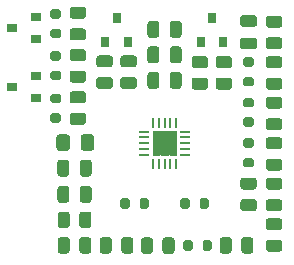
<source format=gtp>
G04 #@! TF.GenerationSoftware,KiCad,Pcbnew,(5.1.10)-1*
G04 #@! TF.CreationDate,2021-07-06T21:05:29-03:00*
G04 #@! TF.ProjectId,BQ25505,42513235-3530-4352-9e6b-696361645f70,rev?*
G04 #@! TF.SameCoordinates,Original*
G04 #@! TF.FileFunction,Paste,Top*
G04 #@! TF.FilePolarity,Positive*
%FSLAX46Y46*%
G04 Gerber Fmt 4.6, Leading zero omitted, Abs format (unit mm)*
G04 Created by KiCad (PCBNEW (5.1.10)-1) date 2021-07-06 21:05:29*
%MOMM*%
%LPD*%
G01*
G04 APERTURE LIST*
%ADD10C,0.100000*%
%ADD11R,0.900000X0.800000*%
%ADD12R,0.850000X0.280000*%
%ADD13R,0.280000X0.850000*%
%ADD14R,2.050000X2.050000*%
%ADD15R,0.800000X0.900000*%
G04 APERTURE END LIST*
D10*
G36*
X174563930Y-108523930D02*
G01*
X174563930Y-108980300D01*
X174878879Y-108980300D01*
X175020300Y-108838879D01*
X175020300Y-108523930D01*
X174563930Y-108523930D01*
G37*
X174563930Y-108523930D02*
X174563930Y-108980300D01*
X174878879Y-108980300D01*
X175020300Y-108838879D01*
X175020300Y-108523930D01*
X174563930Y-108523930D01*
G36*
X174563930Y-109180300D02*
G01*
X174563930Y-109767700D01*
X174878879Y-109767700D01*
X175020300Y-109626279D01*
X175020300Y-109321721D01*
X174878879Y-109180300D01*
X174563930Y-109180300D01*
G37*
X174563930Y-109180300D02*
X174563930Y-109767700D01*
X174878879Y-109767700D01*
X175020300Y-109626279D01*
X175020300Y-109321721D01*
X174878879Y-109180300D01*
X174563930Y-109180300D01*
G36*
X174563930Y-109967700D02*
G01*
X174563930Y-110424070D01*
X175020300Y-110424070D01*
X175020300Y-110109121D01*
X174878879Y-109967700D01*
X174563930Y-109967700D01*
G37*
X174563930Y-109967700D02*
X174563930Y-110424070D01*
X175020300Y-110424070D01*
X175020300Y-110109121D01*
X174878879Y-109967700D01*
X174563930Y-109967700D01*
G36*
X175220300Y-108523930D02*
G01*
X175220300Y-108838879D01*
X175361721Y-108980300D01*
X175666279Y-108980300D01*
X175807700Y-108838879D01*
X175807700Y-108523930D01*
X175220300Y-108523930D01*
G37*
X175220300Y-108523930D02*
X175220300Y-108838879D01*
X175361721Y-108980300D01*
X175666279Y-108980300D01*
X175807700Y-108838879D01*
X175807700Y-108523930D01*
X175220300Y-108523930D01*
G36*
X175361721Y-109180300D02*
G01*
X175220300Y-109321721D01*
X175220300Y-109626279D01*
X175361721Y-109767700D01*
X175666279Y-109767700D01*
X175807700Y-109626279D01*
X175807700Y-109321721D01*
X175666279Y-109180300D01*
X175361721Y-109180300D01*
G37*
X175361721Y-109180300D02*
X175220300Y-109321721D01*
X175220300Y-109626279D01*
X175361721Y-109767700D01*
X175666279Y-109767700D01*
X175807700Y-109626279D01*
X175807700Y-109321721D01*
X175666279Y-109180300D01*
X175361721Y-109180300D01*
G36*
X175361721Y-109967700D02*
G01*
X175220300Y-110109121D01*
X175220300Y-110424070D01*
X175807700Y-110424070D01*
X175807700Y-110109121D01*
X175666279Y-109967700D01*
X175361721Y-109967700D01*
G37*
X175361721Y-109967700D02*
X175220300Y-110109121D01*
X175220300Y-110424070D01*
X175807700Y-110424070D01*
X175807700Y-110109121D01*
X175666279Y-109967700D01*
X175361721Y-109967700D01*
G36*
X176007700Y-108523930D02*
G01*
X176007700Y-108838879D01*
X176149121Y-108980300D01*
X176464070Y-108980300D01*
X176464070Y-108523930D01*
X176007700Y-108523930D01*
G37*
X176007700Y-108523930D02*
X176007700Y-108838879D01*
X176149121Y-108980300D01*
X176464070Y-108980300D01*
X176464070Y-108523930D01*
X176007700Y-108523930D01*
G36*
X176149121Y-109180300D02*
G01*
X176007700Y-109321721D01*
X176007700Y-109626279D01*
X176149121Y-109767700D01*
X176464070Y-109767700D01*
X176464070Y-109180300D01*
X176149121Y-109180300D01*
G37*
X176149121Y-109180300D02*
X176007700Y-109321721D01*
X176007700Y-109626279D01*
X176149121Y-109767700D01*
X176464070Y-109767700D01*
X176464070Y-109180300D01*
X176149121Y-109180300D01*
G36*
X176149121Y-109967700D02*
G01*
X176007700Y-110109121D01*
X176007700Y-110424070D01*
X176464070Y-110424070D01*
X176464070Y-109967700D01*
X176149121Y-109967700D01*
G37*
X176149121Y-109967700D02*
X176007700Y-110109121D01*
X176007700Y-110424070D01*
X176464070Y-110424070D01*
X176464070Y-109967700D01*
X176149121Y-109967700D01*
G36*
G01*
X183101000Y-99626000D02*
X182151000Y-99626000D01*
G75*
G02*
X181901000Y-99376000I0J250000D01*
G01*
X181901000Y-98876000D01*
G75*
G02*
X182151000Y-98626000I250000J0D01*
G01*
X183101000Y-98626000D01*
G75*
G02*
X183351000Y-98876000I0J-250000D01*
G01*
X183351000Y-99376000D01*
G75*
G02*
X183101000Y-99626000I-250000J0D01*
G01*
G37*
G36*
G01*
X183101000Y-101526000D02*
X182151000Y-101526000D01*
G75*
G02*
X181901000Y-101276000I0J250000D01*
G01*
X181901000Y-100776000D01*
G75*
G02*
X182151000Y-100526000I250000J0D01*
G01*
X183101000Y-100526000D01*
G75*
G02*
X183351000Y-100776000I0J-250000D01*
G01*
X183351000Y-101276000D01*
G75*
G02*
X183101000Y-101526000I-250000J0D01*
G01*
G37*
G36*
G01*
X178733000Y-118385000D02*
X178733000Y-117835000D01*
G75*
G02*
X178933000Y-117635000I200000J0D01*
G01*
X179333000Y-117635000D01*
G75*
G02*
X179533000Y-117835000I0J-200000D01*
G01*
X179533000Y-118385000D01*
G75*
G02*
X179333000Y-118585000I-200000J0D01*
G01*
X178933000Y-118585000D01*
G75*
G02*
X178733000Y-118385000I0J200000D01*
G01*
G37*
G36*
G01*
X177083000Y-118385000D02*
X177083000Y-117835000D01*
G75*
G02*
X177283000Y-117635000I200000J0D01*
G01*
X177683000Y-117635000D01*
G75*
G02*
X177883000Y-117835000I0J-200000D01*
G01*
X177883000Y-118385000D01*
G75*
G02*
X177683000Y-118585000I-200000J0D01*
G01*
X177283000Y-118585000D01*
G75*
G02*
X177083000Y-118385000I0J200000D01*
G01*
G37*
G36*
G01*
X167721498Y-97912500D02*
X168621502Y-97912500D01*
G75*
G02*
X168871500Y-98162498I0J-249998D01*
G01*
X168871500Y-98687502D01*
G75*
G02*
X168621502Y-98937500I-249998J0D01*
G01*
X167721498Y-98937500D01*
G75*
G02*
X167471500Y-98687502I0J249998D01*
G01*
X167471500Y-98162498D01*
G75*
G02*
X167721498Y-97912500I249998J0D01*
G01*
G37*
G36*
G01*
X167721498Y-99737500D02*
X168621502Y-99737500D01*
G75*
G02*
X168871500Y-99987498I0J-249998D01*
G01*
X168871500Y-100512502D01*
G75*
G02*
X168621502Y-100762500I-249998J0D01*
G01*
X167721498Y-100762500D01*
G75*
G02*
X167471500Y-100512502I0J249998D01*
G01*
X167471500Y-99987498D01*
G75*
G02*
X167721498Y-99737500I249998J0D01*
G01*
G37*
G36*
G01*
X167721498Y-101485000D02*
X168621502Y-101485000D01*
G75*
G02*
X168871500Y-101734998I0J-249998D01*
G01*
X168871500Y-102260002D01*
G75*
G02*
X168621502Y-102510000I-249998J0D01*
G01*
X167721498Y-102510000D01*
G75*
G02*
X167471500Y-102260002I0J249998D01*
G01*
X167471500Y-101734998D01*
G75*
G02*
X167721498Y-101485000I249998J0D01*
G01*
G37*
G36*
G01*
X167721498Y-103310000D02*
X168621502Y-103310000D01*
G75*
G02*
X168871500Y-103559998I0J-249998D01*
G01*
X168871500Y-104085002D01*
G75*
G02*
X168621502Y-104335000I-249998J0D01*
G01*
X167721498Y-104335000D01*
G75*
G02*
X167471500Y-104085002I0J249998D01*
G01*
X167471500Y-103559998D01*
G75*
G02*
X167721498Y-103310000I249998J0D01*
G01*
G37*
G36*
G01*
X167721498Y-105064500D02*
X168621502Y-105064500D01*
G75*
G02*
X168871500Y-105314498I0J-249998D01*
G01*
X168871500Y-105839502D01*
G75*
G02*
X168621502Y-106089500I-249998J0D01*
G01*
X167721498Y-106089500D01*
G75*
G02*
X167471500Y-105839502I0J249998D01*
G01*
X167471500Y-105314498D01*
G75*
G02*
X167721498Y-105064500I249998J0D01*
G01*
G37*
G36*
G01*
X167721498Y-106889500D02*
X168621502Y-106889500D01*
G75*
G02*
X168871500Y-107139498I0J-249998D01*
G01*
X168871500Y-107664502D01*
G75*
G02*
X168621502Y-107914500I-249998J0D01*
G01*
X167721498Y-107914500D01*
G75*
G02*
X167471500Y-107664502I0J249998D01*
G01*
X167471500Y-107139498D01*
G75*
G02*
X167721498Y-106889500I249998J0D01*
G01*
G37*
G36*
G01*
X166031500Y-98112500D02*
X166581500Y-98112500D01*
G75*
G02*
X166781500Y-98312500I0J-200000D01*
G01*
X166781500Y-98712500D01*
G75*
G02*
X166581500Y-98912500I-200000J0D01*
G01*
X166031500Y-98912500D01*
G75*
G02*
X165831500Y-98712500I0J200000D01*
G01*
X165831500Y-98312500D01*
G75*
G02*
X166031500Y-98112500I200000J0D01*
G01*
G37*
G36*
G01*
X166031500Y-99762500D02*
X166581500Y-99762500D01*
G75*
G02*
X166781500Y-99962500I0J-200000D01*
G01*
X166781500Y-100362500D01*
G75*
G02*
X166581500Y-100562500I-200000J0D01*
G01*
X166031500Y-100562500D01*
G75*
G02*
X165831500Y-100362500I0J200000D01*
G01*
X165831500Y-99962500D01*
G75*
G02*
X166031500Y-99762500I200000J0D01*
G01*
G37*
G36*
G01*
X166031500Y-101685000D02*
X166581500Y-101685000D01*
G75*
G02*
X166781500Y-101885000I0J-200000D01*
G01*
X166781500Y-102285000D01*
G75*
G02*
X166581500Y-102485000I-200000J0D01*
G01*
X166031500Y-102485000D01*
G75*
G02*
X165831500Y-102285000I0J200000D01*
G01*
X165831500Y-101885000D01*
G75*
G02*
X166031500Y-101685000I200000J0D01*
G01*
G37*
G36*
G01*
X166031500Y-103335000D02*
X166581500Y-103335000D01*
G75*
G02*
X166781500Y-103535000I0J-200000D01*
G01*
X166781500Y-103935000D01*
G75*
G02*
X166581500Y-104135000I-200000J0D01*
G01*
X166031500Y-104135000D01*
G75*
G02*
X165831500Y-103935000I0J200000D01*
G01*
X165831500Y-103535000D01*
G75*
G02*
X166031500Y-103335000I200000J0D01*
G01*
G37*
G36*
G01*
X166031500Y-105264500D02*
X166581500Y-105264500D01*
G75*
G02*
X166781500Y-105464500I0J-200000D01*
G01*
X166781500Y-105864500D01*
G75*
G02*
X166581500Y-106064500I-200000J0D01*
G01*
X166031500Y-106064500D01*
G75*
G02*
X165831500Y-105864500I0J200000D01*
G01*
X165831500Y-105464500D01*
G75*
G02*
X166031500Y-105264500I200000J0D01*
G01*
G37*
G36*
G01*
X166031500Y-106914500D02*
X166581500Y-106914500D01*
G75*
G02*
X166781500Y-107114500I0J-200000D01*
G01*
X166781500Y-107514500D01*
G75*
G02*
X166581500Y-107714500I-200000J0D01*
G01*
X166031500Y-107714500D01*
G75*
G02*
X165831500Y-107514500I0J200000D01*
G01*
X165831500Y-107114500D01*
G75*
G02*
X166031500Y-106914500I200000J0D01*
G01*
G37*
D11*
X162626800Y-99707700D03*
X164626800Y-98757700D03*
X164626800Y-100657700D03*
X162626800Y-104724200D03*
X164626800Y-103774200D03*
X164626800Y-105674200D03*
G36*
G01*
X183076002Y-113392000D02*
X182175998Y-113392000D01*
G75*
G02*
X181926000Y-113142002I0J249998D01*
G01*
X181926000Y-112616998D01*
G75*
G02*
X182175998Y-112367000I249998J0D01*
G01*
X183076002Y-112367000D01*
G75*
G02*
X183326000Y-112616998I0J-249998D01*
G01*
X183326000Y-113142002D01*
G75*
G02*
X183076002Y-113392000I-249998J0D01*
G01*
G37*
G36*
G01*
X183076002Y-115217000D02*
X182175998Y-115217000D01*
G75*
G02*
X181926000Y-114967002I0J249998D01*
G01*
X181926000Y-114441998D01*
G75*
G02*
X182175998Y-114192000I249998J0D01*
G01*
X183076002Y-114192000D01*
G75*
G02*
X183326000Y-114441998I0J-249998D01*
G01*
X183326000Y-114967002D01*
G75*
G02*
X183076002Y-115217000I-249998J0D01*
G01*
G37*
G36*
G01*
X184334998Y-117621000D02*
X185235002Y-117621000D01*
G75*
G02*
X185485000Y-117870998I0J-249998D01*
G01*
X185485000Y-118396002D01*
G75*
G02*
X185235002Y-118646000I-249998J0D01*
G01*
X184334998Y-118646000D01*
G75*
G02*
X184085000Y-118396002I0J249998D01*
G01*
X184085000Y-117870998D01*
G75*
G02*
X184334998Y-117621000I249998J0D01*
G01*
G37*
G36*
G01*
X184334998Y-115796000D02*
X185235002Y-115796000D01*
G75*
G02*
X185485000Y-116045998I0J-249998D01*
G01*
X185485000Y-116571002D01*
G75*
G02*
X185235002Y-116821000I-249998J0D01*
G01*
X184334998Y-116821000D01*
G75*
G02*
X184085000Y-116571002I0J249998D01*
G01*
X184085000Y-116045998D01*
G75*
G02*
X184334998Y-115796000I249998J0D01*
G01*
G37*
G36*
G01*
X184334998Y-110763000D02*
X185235002Y-110763000D01*
G75*
G02*
X185485000Y-111012998I0J-249998D01*
G01*
X185485000Y-111538002D01*
G75*
G02*
X185235002Y-111788000I-249998J0D01*
G01*
X184334998Y-111788000D01*
G75*
G02*
X184085000Y-111538002I0J249998D01*
G01*
X184085000Y-111012998D01*
G75*
G02*
X184334998Y-110763000I249998J0D01*
G01*
G37*
G36*
G01*
X184334998Y-108938000D02*
X185235002Y-108938000D01*
G75*
G02*
X185485000Y-109187998I0J-249998D01*
G01*
X185485000Y-109713002D01*
G75*
G02*
X185235002Y-109963000I-249998J0D01*
G01*
X184334998Y-109963000D01*
G75*
G02*
X184085000Y-109713002I0J249998D01*
G01*
X184085000Y-109187998D01*
G75*
G02*
X184334998Y-108938000I249998J0D01*
G01*
G37*
G36*
G01*
X184334998Y-114192000D02*
X185235002Y-114192000D01*
G75*
G02*
X185485000Y-114441998I0J-249998D01*
G01*
X185485000Y-114967002D01*
G75*
G02*
X185235002Y-115217000I-249998J0D01*
G01*
X184334998Y-115217000D01*
G75*
G02*
X184085000Y-114967002I0J249998D01*
G01*
X184085000Y-114441998D01*
G75*
G02*
X184334998Y-114192000I249998J0D01*
G01*
G37*
G36*
G01*
X184334998Y-112367000D02*
X185235002Y-112367000D01*
G75*
G02*
X185485000Y-112616998I0J-249998D01*
G01*
X185485000Y-113142002D01*
G75*
G02*
X185235002Y-113392000I-249998J0D01*
G01*
X184334998Y-113392000D01*
G75*
G02*
X184085000Y-113142002I0J249998D01*
G01*
X184085000Y-112616998D01*
G75*
G02*
X184334998Y-112367000I249998J0D01*
G01*
G37*
G36*
G01*
X184334998Y-100476000D02*
X185235002Y-100476000D01*
G75*
G02*
X185485000Y-100725998I0J-249998D01*
G01*
X185485000Y-101251002D01*
G75*
G02*
X185235002Y-101501000I-249998J0D01*
G01*
X184334998Y-101501000D01*
G75*
G02*
X184085000Y-101251002I0J249998D01*
G01*
X184085000Y-100725998D01*
G75*
G02*
X184334998Y-100476000I249998J0D01*
G01*
G37*
G36*
G01*
X184334998Y-98651000D02*
X185235002Y-98651000D01*
G75*
G02*
X185485000Y-98900998I0J-249998D01*
G01*
X185485000Y-99426002D01*
G75*
G02*
X185235002Y-99676000I-249998J0D01*
G01*
X184334998Y-99676000D01*
G75*
G02*
X184085000Y-99426002I0J249998D01*
G01*
X184085000Y-98900998D01*
G75*
G02*
X184334998Y-98651000I249998J0D01*
G01*
G37*
G36*
G01*
X184334998Y-103905000D02*
X185235002Y-103905000D01*
G75*
G02*
X185485000Y-104154998I0J-249998D01*
G01*
X185485000Y-104680002D01*
G75*
G02*
X185235002Y-104930000I-249998J0D01*
G01*
X184334998Y-104930000D01*
G75*
G02*
X184085000Y-104680002I0J249998D01*
G01*
X184085000Y-104154998D01*
G75*
G02*
X184334998Y-103905000I249998J0D01*
G01*
G37*
G36*
G01*
X184334998Y-102080000D02*
X185235002Y-102080000D01*
G75*
G02*
X185485000Y-102329998I0J-249998D01*
G01*
X185485000Y-102855002D01*
G75*
G02*
X185235002Y-103105000I-249998J0D01*
G01*
X184334998Y-103105000D01*
G75*
G02*
X184085000Y-102855002I0J249998D01*
G01*
X184085000Y-102329998D01*
G75*
G02*
X184334998Y-102080000I249998J0D01*
G01*
G37*
G36*
G01*
X184334998Y-107334000D02*
X185235002Y-107334000D01*
G75*
G02*
X185485000Y-107583998I0J-249998D01*
G01*
X185485000Y-108109002D01*
G75*
G02*
X185235002Y-108359000I-249998J0D01*
G01*
X184334998Y-108359000D01*
G75*
G02*
X184085000Y-108109002I0J249998D01*
G01*
X184085000Y-107583998D01*
G75*
G02*
X184334998Y-107334000I249998J0D01*
G01*
G37*
G36*
G01*
X184334998Y-105509000D02*
X185235002Y-105509000D01*
G75*
G02*
X185485000Y-105758998I0J-249998D01*
G01*
X185485000Y-106284002D01*
G75*
G02*
X185235002Y-106534000I-249998J0D01*
G01*
X184334998Y-106534000D01*
G75*
G02*
X184085000Y-106284002I0J249998D01*
G01*
X184085000Y-105758998D01*
G75*
G02*
X184334998Y-105509000I249998J0D01*
G01*
G37*
G36*
G01*
X182010000Y-118560002D02*
X182010000Y-117659998D01*
G75*
G02*
X182259998Y-117410000I249998J0D01*
G01*
X182785002Y-117410000D01*
G75*
G02*
X183035000Y-117659998I0J-249998D01*
G01*
X183035000Y-118560002D01*
G75*
G02*
X182785002Y-118810000I-249998J0D01*
G01*
X182259998Y-118810000D01*
G75*
G02*
X182010000Y-118560002I0J249998D01*
G01*
G37*
G36*
G01*
X180185000Y-118560002D02*
X180185000Y-117659998D01*
G75*
G02*
X180434998Y-117410000I249998J0D01*
G01*
X180960002Y-117410000D01*
G75*
G02*
X181210000Y-117659998I0J-249998D01*
G01*
X181210000Y-118560002D01*
G75*
G02*
X180960002Y-118810000I-249998J0D01*
G01*
X180434998Y-118810000D01*
G75*
G02*
X180185000Y-118560002I0J249998D01*
G01*
G37*
G36*
G01*
X168294000Y-118560002D02*
X168294000Y-117659998D01*
G75*
G02*
X168543998Y-117410000I249998J0D01*
G01*
X169069002Y-117410000D01*
G75*
G02*
X169319000Y-117659998I0J-249998D01*
G01*
X169319000Y-118560002D01*
G75*
G02*
X169069002Y-118810000I-249998J0D01*
G01*
X168543998Y-118810000D01*
G75*
G02*
X168294000Y-118560002I0J249998D01*
G01*
G37*
G36*
G01*
X166469000Y-118560002D02*
X166469000Y-117659998D01*
G75*
G02*
X166718998Y-117410000I249998J0D01*
G01*
X167244002Y-117410000D01*
G75*
G02*
X167494000Y-117659998I0J-249998D01*
G01*
X167494000Y-118560002D01*
G75*
G02*
X167244002Y-118810000I-249998J0D01*
G01*
X166718998Y-118810000D01*
G75*
G02*
X166469000Y-118560002I0J249998D01*
G01*
G37*
G36*
G01*
X171850000Y-118560002D02*
X171850000Y-117659998D01*
G75*
G02*
X172099998Y-117410000I249998J0D01*
G01*
X172625002Y-117410000D01*
G75*
G02*
X172875000Y-117659998I0J-249998D01*
G01*
X172875000Y-118560002D01*
G75*
G02*
X172625002Y-118810000I-249998J0D01*
G01*
X172099998Y-118810000D01*
G75*
G02*
X171850000Y-118560002I0J249998D01*
G01*
G37*
G36*
G01*
X170025000Y-118560002D02*
X170025000Y-117659998D01*
G75*
G02*
X170274998Y-117410000I249998J0D01*
G01*
X170800002Y-117410000D01*
G75*
G02*
X171050000Y-117659998I0J-249998D01*
G01*
X171050000Y-118560002D01*
G75*
G02*
X170800002Y-118810000I-249998J0D01*
G01*
X170274998Y-118810000D01*
G75*
G02*
X170025000Y-118560002I0J249998D01*
G01*
G37*
G36*
G01*
X175339960Y-118587942D02*
X175339960Y-117687938D01*
G75*
G02*
X175589958Y-117437940I249998J0D01*
G01*
X176114962Y-117437940D01*
G75*
G02*
X176364960Y-117687938I0J-249998D01*
G01*
X176364960Y-118587942D01*
G75*
G02*
X176114962Y-118837940I-249998J0D01*
G01*
X175589958Y-118837940D01*
G75*
G02*
X175339960Y-118587942I0J249998D01*
G01*
G37*
G36*
G01*
X173514960Y-118587942D02*
X173514960Y-117687938D01*
G75*
G02*
X173764958Y-117437940I249998J0D01*
G01*
X174289962Y-117437940D01*
G75*
G02*
X174539960Y-117687938I0J-249998D01*
G01*
X174539960Y-118587942D01*
G75*
G02*
X174289962Y-118837940I-249998J0D01*
G01*
X173764958Y-118837940D01*
G75*
G02*
X173514960Y-118587942I0J249998D01*
G01*
G37*
D12*
X173789000Y-108473999D03*
X173789000Y-108974001D03*
X173789000Y-109474000D03*
X173789000Y-109973999D03*
X173789000Y-110474001D03*
D13*
X174513748Y-111199000D03*
X175013874Y-111199000D03*
X175514000Y-111199000D03*
X176014126Y-111199000D03*
X176514252Y-111199000D03*
D12*
X177239000Y-110474001D03*
X177239000Y-109973999D03*
X177239000Y-109474000D03*
X177239000Y-108974001D03*
X177239000Y-108473999D03*
D13*
X176514252Y-107749000D03*
X176014126Y-107749000D03*
X175514000Y-107749000D03*
X175013874Y-107749000D03*
X174513748Y-107749000D03*
D14*
X175514000Y-109474000D03*
G36*
G01*
X172916002Y-103041500D02*
X172015998Y-103041500D01*
G75*
G02*
X171766000Y-102791502I0J249998D01*
G01*
X171766000Y-102266498D01*
G75*
G02*
X172015998Y-102016500I249998J0D01*
G01*
X172916002Y-102016500D01*
G75*
G02*
X173166000Y-102266498I0J-249998D01*
G01*
X173166000Y-102791502D01*
G75*
G02*
X172916002Y-103041500I-249998J0D01*
G01*
G37*
G36*
G01*
X172916002Y-104866500D02*
X172015998Y-104866500D01*
G75*
G02*
X171766000Y-104616502I0J249998D01*
G01*
X171766000Y-104091498D01*
G75*
G02*
X172015998Y-103841500I249998J0D01*
G01*
X172916002Y-103841500D01*
G75*
G02*
X173166000Y-104091498I0J-249998D01*
G01*
X173166000Y-104616502D01*
G75*
G02*
X172916002Y-104866500I-249998J0D01*
G01*
G37*
G36*
G01*
X180980502Y-103105000D02*
X180080498Y-103105000D01*
G75*
G02*
X179830500Y-102855002I0J249998D01*
G01*
X179830500Y-102329998D01*
G75*
G02*
X180080498Y-102080000I249998J0D01*
G01*
X180980502Y-102080000D01*
G75*
G02*
X181230500Y-102329998I0J-249998D01*
G01*
X181230500Y-102855002D01*
G75*
G02*
X180980502Y-103105000I-249998J0D01*
G01*
G37*
G36*
G01*
X180980502Y-104930000D02*
X180080498Y-104930000D01*
G75*
G02*
X179830500Y-104680002I0J249998D01*
G01*
X179830500Y-104154998D01*
G75*
G02*
X180080498Y-103905000I249998J0D01*
G01*
X180980502Y-103905000D01*
G75*
G02*
X181230500Y-104154998I0J-249998D01*
G01*
X181230500Y-104680002D01*
G75*
G02*
X180980502Y-104930000I-249998J0D01*
G01*
G37*
G36*
G01*
X169983998Y-103841500D02*
X170884002Y-103841500D01*
G75*
G02*
X171134000Y-104091498I0J-249998D01*
G01*
X171134000Y-104616502D01*
G75*
G02*
X170884002Y-104866500I-249998J0D01*
G01*
X169983998Y-104866500D01*
G75*
G02*
X169734000Y-104616502I0J249998D01*
G01*
X169734000Y-104091498D01*
G75*
G02*
X169983998Y-103841500I249998J0D01*
G01*
G37*
G36*
G01*
X169983998Y-102016500D02*
X170884002Y-102016500D01*
G75*
G02*
X171134000Y-102266498I0J-249998D01*
G01*
X171134000Y-102791502D01*
G75*
G02*
X170884002Y-103041500I-249998J0D01*
G01*
X169983998Y-103041500D01*
G75*
G02*
X169734000Y-102791502I0J249998D01*
G01*
X169734000Y-102266498D01*
G75*
G02*
X169983998Y-102016500I249998J0D01*
G01*
G37*
G36*
G01*
X178048498Y-103905000D02*
X178948502Y-103905000D01*
G75*
G02*
X179198500Y-104154998I0J-249998D01*
G01*
X179198500Y-104680002D01*
G75*
G02*
X178948502Y-104930000I-249998J0D01*
G01*
X178048498Y-104930000D01*
G75*
G02*
X177798500Y-104680002I0J249998D01*
G01*
X177798500Y-104154998D01*
G75*
G02*
X178048498Y-103905000I249998J0D01*
G01*
G37*
G36*
G01*
X178048498Y-102080000D02*
X178948502Y-102080000D01*
G75*
G02*
X179198500Y-102329998I0J-249998D01*
G01*
X179198500Y-102855002D01*
G75*
G02*
X178948502Y-103105000I-249998J0D01*
G01*
X178048498Y-103105000D01*
G75*
G02*
X177798500Y-102855002I0J249998D01*
G01*
X177798500Y-102329998D01*
G75*
G02*
X178048498Y-102080000I249998J0D01*
G01*
G37*
G36*
G01*
X166469000Y-116401002D02*
X166469000Y-115500998D01*
G75*
G02*
X166718998Y-115251000I249998J0D01*
G01*
X167244002Y-115251000D01*
G75*
G02*
X167494000Y-115500998I0J-249998D01*
G01*
X167494000Y-116401002D01*
G75*
G02*
X167244002Y-116651000I-249998J0D01*
G01*
X166718998Y-116651000D01*
G75*
G02*
X166469000Y-116401002I0J249998D01*
G01*
G37*
G36*
G01*
X168294000Y-116401002D02*
X168294000Y-115500998D01*
G75*
G02*
X168543998Y-115251000I249998J0D01*
G01*
X169069002Y-115251000D01*
G75*
G02*
X169319000Y-115500998I0J-249998D01*
G01*
X169319000Y-116401002D01*
G75*
G02*
X169069002Y-116651000I-249998J0D01*
G01*
X168543998Y-116651000D01*
G75*
G02*
X168294000Y-116401002I0J249998D01*
G01*
G37*
D15*
X171450000Y-98885500D03*
X172400000Y-100885500D03*
X170500000Y-100885500D03*
X179514500Y-98885500D03*
X180464500Y-100885500D03*
X178564500Y-100885500D03*
G36*
G01*
X182338300Y-103853800D02*
X182888300Y-103853800D01*
G75*
G02*
X183088300Y-104053800I0J-200000D01*
G01*
X183088300Y-104453800D01*
G75*
G02*
X182888300Y-104653800I-200000J0D01*
G01*
X182338300Y-104653800D01*
G75*
G02*
X182138300Y-104453800I0J200000D01*
G01*
X182138300Y-104053800D01*
G75*
G02*
X182338300Y-103853800I200000J0D01*
G01*
G37*
G36*
G01*
X182338300Y-102203800D02*
X182888300Y-102203800D01*
G75*
G02*
X183088300Y-102403800I0J-200000D01*
G01*
X183088300Y-102803800D01*
G75*
G02*
X182888300Y-103003800I-200000J0D01*
G01*
X182338300Y-103003800D01*
G75*
G02*
X182138300Y-102803800I0J200000D01*
G01*
X182138300Y-102403800D01*
G75*
G02*
X182338300Y-102203800I200000J0D01*
G01*
G37*
G36*
G01*
X182338300Y-107282800D02*
X182888300Y-107282800D01*
G75*
G02*
X183088300Y-107482800I0J-200000D01*
G01*
X183088300Y-107882800D01*
G75*
G02*
X182888300Y-108082800I-200000J0D01*
G01*
X182338300Y-108082800D01*
G75*
G02*
X182138300Y-107882800I0J200000D01*
G01*
X182138300Y-107482800D01*
G75*
G02*
X182338300Y-107282800I200000J0D01*
G01*
G37*
G36*
G01*
X182338300Y-105632800D02*
X182888300Y-105632800D01*
G75*
G02*
X183088300Y-105832800I0J-200000D01*
G01*
X183088300Y-106232800D01*
G75*
G02*
X182888300Y-106432800I-200000J0D01*
G01*
X182338300Y-106432800D01*
G75*
G02*
X182138300Y-106232800I0J200000D01*
G01*
X182138300Y-105832800D01*
G75*
G02*
X182338300Y-105632800I200000J0D01*
G01*
G37*
G36*
G01*
X182338300Y-110711800D02*
X182888300Y-110711800D01*
G75*
G02*
X183088300Y-110911800I0J-200000D01*
G01*
X183088300Y-111311800D01*
G75*
G02*
X182888300Y-111511800I-200000J0D01*
G01*
X182338300Y-111511800D01*
G75*
G02*
X182138300Y-111311800I0J200000D01*
G01*
X182138300Y-110911800D01*
G75*
G02*
X182338300Y-110711800I200000J0D01*
G01*
G37*
G36*
G01*
X182338300Y-109061800D02*
X182888300Y-109061800D01*
G75*
G02*
X183088300Y-109261800I0J-200000D01*
G01*
X183088300Y-109661800D01*
G75*
G02*
X182888300Y-109861800I-200000J0D01*
G01*
X182338300Y-109861800D01*
G75*
G02*
X182138300Y-109661800I0J200000D01*
G01*
X182138300Y-109261800D01*
G75*
G02*
X182338300Y-109061800I200000J0D01*
G01*
G37*
G36*
G01*
X173399000Y-114829000D02*
X173399000Y-114279000D01*
G75*
G02*
X173599000Y-114079000I200000J0D01*
G01*
X173999000Y-114079000D01*
G75*
G02*
X174199000Y-114279000I0J-200000D01*
G01*
X174199000Y-114829000D01*
G75*
G02*
X173999000Y-115029000I-200000J0D01*
G01*
X173599000Y-115029000D01*
G75*
G02*
X173399000Y-114829000I0J200000D01*
G01*
G37*
G36*
G01*
X171749000Y-114829000D02*
X171749000Y-114279000D01*
G75*
G02*
X171949000Y-114079000I200000J0D01*
G01*
X172349000Y-114079000D01*
G75*
G02*
X172549000Y-114279000I0J-200000D01*
G01*
X172549000Y-114829000D01*
G75*
G02*
X172349000Y-115029000I-200000J0D01*
G01*
X171949000Y-115029000D01*
G75*
G02*
X171749000Y-114829000I0J200000D01*
G01*
G37*
G36*
G01*
X178479000Y-114829000D02*
X178479000Y-114279000D01*
G75*
G02*
X178679000Y-114079000I200000J0D01*
G01*
X179079000Y-114079000D01*
G75*
G02*
X179279000Y-114279000I0J-200000D01*
G01*
X179279000Y-114829000D01*
G75*
G02*
X179079000Y-115029000I-200000J0D01*
G01*
X178679000Y-115029000D01*
G75*
G02*
X178479000Y-114829000I0J200000D01*
G01*
G37*
G36*
G01*
X176829000Y-114829000D02*
X176829000Y-114279000D01*
G75*
G02*
X177029000Y-114079000I200000J0D01*
G01*
X177429000Y-114079000D01*
G75*
G02*
X177629000Y-114279000I0J-200000D01*
G01*
X177629000Y-114829000D01*
G75*
G02*
X177429000Y-115029000I-200000J0D01*
G01*
X177029000Y-115029000D01*
G75*
G02*
X176829000Y-114829000I0J200000D01*
G01*
G37*
G36*
G01*
X166357500Y-109860501D02*
X166357500Y-108960499D01*
G75*
G02*
X166607499Y-108710500I249999J0D01*
G01*
X167257501Y-108710500D01*
G75*
G02*
X167507500Y-108960499I0J-249999D01*
G01*
X167507500Y-109860501D01*
G75*
G02*
X167257501Y-110110500I-249999J0D01*
G01*
X166607499Y-110110500D01*
G75*
G02*
X166357500Y-109860501I0J249999D01*
G01*
G37*
G36*
G01*
X168407500Y-109860501D02*
X168407500Y-108960499D01*
G75*
G02*
X168657499Y-108710500I249999J0D01*
G01*
X169307501Y-108710500D01*
G75*
G02*
X169557500Y-108960499I0J-249999D01*
G01*
X169557500Y-109860501D01*
G75*
G02*
X169307501Y-110110500I-249999J0D01*
G01*
X168657499Y-110110500D01*
G75*
G02*
X168407500Y-109860501I0J249999D01*
G01*
G37*
G36*
G01*
X175964000Y-102456000D02*
X175964000Y-101506000D01*
G75*
G02*
X176214000Y-101256000I250000J0D01*
G01*
X176714000Y-101256000D01*
G75*
G02*
X176964000Y-101506000I0J-250000D01*
G01*
X176964000Y-102456000D01*
G75*
G02*
X176714000Y-102706000I-250000J0D01*
G01*
X176214000Y-102706000D01*
G75*
G02*
X175964000Y-102456000I0J250000D01*
G01*
G37*
G36*
G01*
X174064000Y-102456000D02*
X174064000Y-101506000D01*
G75*
G02*
X174314000Y-101256000I250000J0D01*
G01*
X174814000Y-101256000D01*
G75*
G02*
X175064000Y-101506000I0J-250000D01*
G01*
X175064000Y-102456000D01*
G75*
G02*
X174814000Y-102706000I-250000J0D01*
G01*
X174314000Y-102706000D01*
G75*
G02*
X174064000Y-102456000I0J250000D01*
G01*
G37*
G36*
G01*
X175964000Y-100297000D02*
X175964000Y-99347000D01*
G75*
G02*
X176214000Y-99097000I250000J0D01*
G01*
X176714000Y-99097000D01*
G75*
G02*
X176964000Y-99347000I0J-250000D01*
G01*
X176964000Y-100297000D01*
G75*
G02*
X176714000Y-100547000I-250000J0D01*
G01*
X176214000Y-100547000D01*
G75*
G02*
X175964000Y-100297000I0J250000D01*
G01*
G37*
G36*
G01*
X174064000Y-100297000D02*
X174064000Y-99347000D01*
G75*
G02*
X174314000Y-99097000I250000J0D01*
G01*
X174814000Y-99097000D01*
G75*
G02*
X175064000Y-99347000I0J-250000D01*
G01*
X175064000Y-100297000D01*
G75*
G02*
X174814000Y-100547000I-250000J0D01*
G01*
X174314000Y-100547000D01*
G75*
G02*
X174064000Y-100297000I0J250000D01*
G01*
G37*
G36*
G01*
X175964000Y-104615000D02*
X175964000Y-103665000D01*
G75*
G02*
X176214000Y-103415000I250000J0D01*
G01*
X176714000Y-103415000D01*
G75*
G02*
X176964000Y-103665000I0J-250000D01*
G01*
X176964000Y-104615000D01*
G75*
G02*
X176714000Y-104865000I-250000J0D01*
G01*
X176214000Y-104865000D01*
G75*
G02*
X175964000Y-104615000I0J250000D01*
G01*
G37*
G36*
G01*
X174064000Y-104615000D02*
X174064000Y-103665000D01*
G75*
G02*
X174314000Y-103415000I250000J0D01*
G01*
X174814000Y-103415000D01*
G75*
G02*
X175064000Y-103665000I0J-250000D01*
G01*
X175064000Y-104615000D01*
G75*
G02*
X174814000Y-104865000I-250000J0D01*
G01*
X174314000Y-104865000D01*
G75*
G02*
X174064000Y-104615000I0J250000D01*
G01*
G37*
G36*
G01*
X169344000Y-111094500D02*
X169344000Y-112044500D01*
G75*
G02*
X169094000Y-112294500I-250000J0D01*
G01*
X168594000Y-112294500D01*
G75*
G02*
X168344000Y-112044500I0J250000D01*
G01*
X168344000Y-111094500D01*
G75*
G02*
X168594000Y-110844500I250000J0D01*
G01*
X169094000Y-110844500D01*
G75*
G02*
X169344000Y-111094500I0J-250000D01*
G01*
G37*
G36*
G01*
X167444000Y-111094500D02*
X167444000Y-112044500D01*
G75*
G02*
X167194000Y-112294500I-250000J0D01*
G01*
X166694000Y-112294500D01*
G75*
G02*
X166444000Y-112044500I0J250000D01*
G01*
X166444000Y-111094500D01*
G75*
G02*
X166694000Y-110844500I250000J0D01*
G01*
X167194000Y-110844500D01*
G75*
G02*
X167444000Y-111094500I0J-250000D01*
G01*
G37*
G36*
G01*
X169344000Y-113317000D02*
X169344000Y-114267000D01*
G75*
G02*
X169094000Y-114517000I-250000J0D01*
G01*
X168594000Y-114517000D01*
G75*
G02*
X168344000Y-114267000I0J250000D01*
G01*
X168344000Y-113317000D01*
G75*
G02*
X168594000Y-113067000I250000J0D01*
G01*
X169094000Y-113067000D01*
G75*
G02*
X169344000Y-113317000I0J-250000D01*
G01*
G37*
G36*
G01*
X167444000Y-113317000D02*
X167444000Y-114267000D01*
G75*
G02*
X167194000Y-114517000I-250000J0D01*
G01*
X166694000Y-114517000D01*
G75*
G02*
X166444000Y-114267000I0J250000D01*
G01*
X166444000Y-113317000D01*
G75*
G02*
X166694000Y-113067000I250000J0D01*
G01*
X167194000Y-113067000D01*
G75*
G02*
X167444000Y-113317000I0J-250000D01*
G01*
G37*
M02*

</source>
